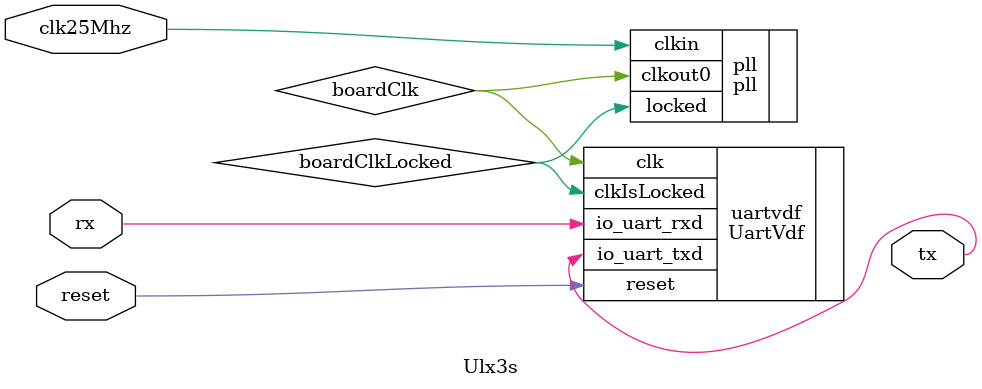
<source format=v>
module Ulx3s (reset,
              clk25Mhz,
              tx,
              rx);

    // Input ports
    input reset;
    input clk25Mhz;
    input rx;

    // Output ports
    output tx;

    // Clock generation
    wire boardClk;
    wire boardClkLocked;

    // Instantiate a PLL to make a 10Mhz clock
    pll pll (.clkin     (clk25Mhz),
             .clkout0   (boardClk),
             .locked    (boardClkLocked));

    // Instantiate the blinky module generated by Spinal
    UartVdf uartvdf (.io_uart_txd        (tx),
                     .io_uart_rxd        (rx),
                     .clkIsLocked        (boardClkLocked),
                     .clk                (boardClk),
                     .reset              (reset));


endmodule

</source>
